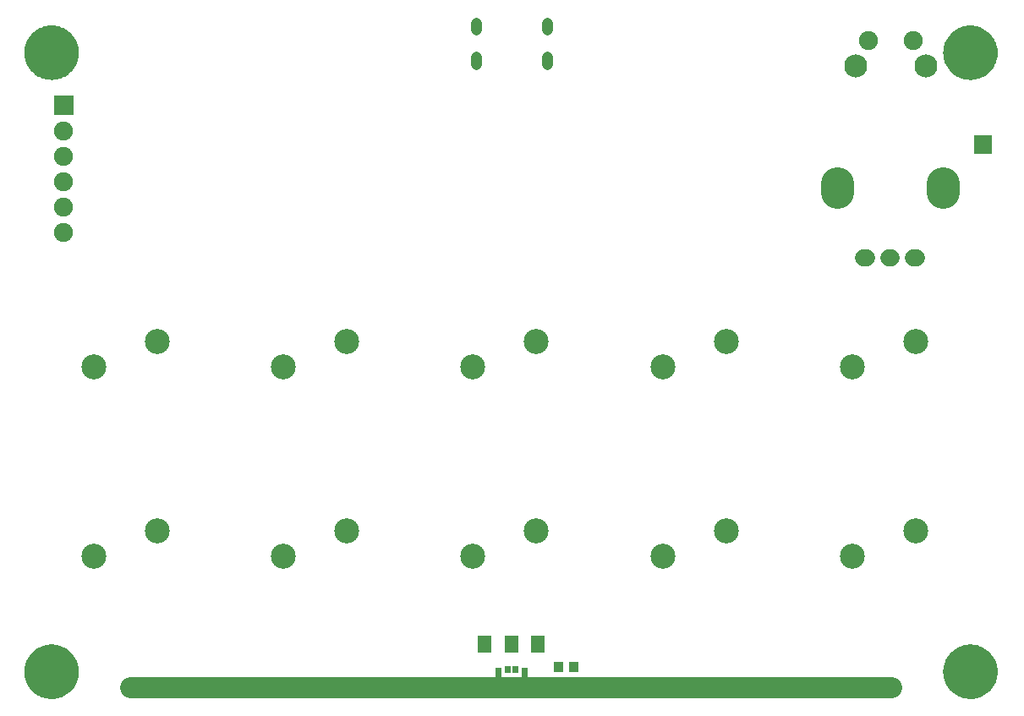
<source format=gbs>
G04 Layer: BottomSolderMaskLayer*
G04 EasyEDA v6.5.1, 2022-03-30 12:51:21*
G04 1b3168c556004a9db489dd156287313a,d03eed67808b488db07f83a96349b93e,10*
G04 Gerber Generator version 0.2*
G04 Scale: 100 percent, Rotated: No, Reflected: No *
G04 Dimensions in inches *
G04 leading zeros omitted , absolute positions ,3 integer and 6 decimal *
%FSLAX36Y36*%
%MOIN*%

%ADD44C,0.0827*%
%ADD45C,0.0434*%
%ADD46C,0.0670*%
%ADD47C,0.1300*%
%ADD51C,0.0748*%
%ADD57C,0.0985*%
%ADD63C,0.0906*%
%ADD64C,0.0749*%
%ADD68R,0.0580X0.0330*%

%LPD*%
G36*
X3778060Y-50119D02*
G01*
X3772200Y-50359D01*
X3766360Y-50920D01*
X3760560Y-51800D01*
X3754820Y-53000D01*
X3749160Y-54500D01*
X3743580Y-56320D01*
X3738100Y-58440D01*
X3732760Y-60839D01*
X3727540Y-63540D01*
X3722500Y-66520D01*
X3717620Y-69760D01*
X3712919Y-73280D01*
X3708420Y-77040D01*
X3704120Y-81039D01*
X3700059Y-85280D01*
X3696240Y-89720D01*
X3692660Y-94380D01*
X3689360Y-99220D01*
X3686300Y-104220D01*
X3683540Y-109400D01*
X3681060Y-114700D01*
X3678860Y-120140D01*
X3676980Y-125700D01*
X3675400Y-131340D01*
X3674120Y-137080D01*
X3673159Y-142860D01*
X3672520Y-148700D01*
X3672200Y-154540D01*
X3672200Y-160420D01*
X3672520Y-166260D01*
X3673159Y-172100D01*
X3674120Y-177880D01*
X3675400Y-183619D01*
X3676980Y-189259D01*
X3678860Y-194820D01*
X3681060Y-200260D01*
X3683540Y-205560D01*
X3686300Y-210740D01*
X3689360Y-215740D01*
X3692660Y-220580D01*
X3696240Y-225240D01*
X3700059Y-229680D01*
X3704120Y-233920D01*
X3708420Y-237920D01*
X3712919Y-241680D01*
X3717620Y-245200D01*
X3722500Y-248440D01*
X3727540Y-251420D01*
X3732760Y-254120D01*
X3738100Y-256520D01*
X3743580Y-258640D01*
X3749160Y-260460D01*
X3754820Y-261960D01*
X3760560Y-263160D01*
X3766360Y-264040D01*
X3772200Y-264600D01*
X3778060Y-264840D01*
X3783920Y-264760D01*
X3789780Y-264360D01*
X3795600Y-263640D01*
X3801360Y-262600D01*
X3807080Y-261240D01*
X3809900Y-260460D01*
X3815480Y-258640D01*
X3820960Y-256520D01*
X3826300Y-254120D01*
X3831500Y-251420D01*
X3836560Y-248440D01*
X3841440Y-245200D01*
X3846139Y-241680D01*
X3850640Y-237920D01*
X3854920Y-233920D01*
X3858980Y-229680D01*
X3862799Y-225240D01*
X3866380Y-220580D01*
X3869700Y-215740D01*
X3872740Y-210740D01*
X3875520Y-205560D01*
X3878000Y-200260D01*
X3880179Y-194820D01*
X3882080Y-189259D01*
X3883660Y-183619D01*
X3884940Y-177880D01*
X3885880Y-172100D01*
X3886520Y-166260D01*
X3886840Y-160420D01*
X3886840Y-154540D01*
X3886520Y-148700D01*
X3885880Y-142860D01*
X3884940Y-137080D01*
X3883660Y-131340D01*
X3882080Y-125700D01*
X3880179Y-120140D01*
X3878000Y-114700D01*
X3875520Y-109400D01*
X3872740Y-104220D01*
X3869700Y-99220D01*
X3868080Y-96760D01*
X3864620Y-92020D01*
X3860920Y-87480D01*
X3856980Y-83140D01*
X3852799Y-79020D01*
X3848420Y-75140D01*
X3843820Y-71500D01*
X3839020Y-68100D01*
X3834060Y-65000D01*
X3828920Y-62160D01*
X3823639Y-59600D01*
X3818220Y-57340D01*
X3812700Y-55380D01*
X3809900Y-54500D01*
X3804240Y-53000D01*
X3798500Y-51800D01*
X3792700Y-50920D01*
X3786860Y-50359D01*
X3781000Y-50119D01*
G37*
G36*
X156020Y-2491080D02*
G01*
X150160Y-2491320D01*
X144320Y-2491880D01*
X138520Y-2492760D01*
X132780Y-2493940D01*
X127100Y-2495460D01*
X121519Y-2497260D01*
X116060Y-2499380D01*
X110700Y-2501780D01*
X105500Y-2504480D01*
X100440Y-2507460D01*
X95559Y-2510720D01*
X90860Y-2514220D01*
X86380Y-2518000D01*
X82080Y-2522000D01*
X78020Y-2526220D01*
X74200Y-2530680D01*
X70620Y-2535320D01*
X67300Y-2540160D01*
X64260Y-2545160D01*
X61500Y-2550340D01*
X59000Y-2555660D01*
X56820Y-2561100D01*
X54940Y-2566640D01*
X53339Y-2572300D01*
X52080Y-2578020D01*
X51120Y-2583800D01*
X50480Y-2589640D01*
X50160Y-2595500D01*
X50160Y-2601360D01*
X50480Y-2607220D01*
X51120Y-2613039D01*
X52080Y-2618840D01*
X53339Y-2624560D01*
X54940Y-2630200D01*
X56820Y-2635760D01*
X59000Y-2641200D01*
X61500Y-2646520D01*
X64260Y-2651680D01*
X67300Y-2656700D01*
X70620Y-2661540D01*
X74200Y-2666180D01*
X78020Y-2670620D01*
X82080Y-2674860D01*
X86380Y-2678860D01*
X90860Y-2682620D01*
X95559Y-2686139D01*
X100440Y-2689380D01*
X105500Y-2692360D01*
X108080Y-2693759D01*
X113360Y-2696300D01*
X118780Y-2698580D01*
X124300Y-2700539D01*
X129920Y-2702200D01*
X135640Y-2703540D01*
X141420Y-2704580D01*
X147240Y-2705299D01*
X153080Y-2705700D01*
X158940Y-2705779D01*
X164800Y-2705539D01*
X170640Y-2704980D01*
X176439Y-2704100D01*
X182180Y-2702900D01*
X185040Y-2702200D01*
X190660Y-2700539D01*
X196180Y-2698580D01*
X201600Y-2696300D01*
X206880Y-2693759D01*
X212000Y-2690920D01*
X216980Y-2687799D01*
X221759Y-2684420D01*
X226360Y-2680779D01*
X230760Y-2676900D01*
X234940Y-2672780D01*
X238880Y-2668440D01*
X242580Y-2663880D01*
X246020Y-2659140D01*
X249220Y-2654220D01*
X252120Y-2649120D01*
X253480Y-2646520D01*
X255960Y-2641200D01*
X258140Y-2635760D01*
X260040Y-2630200D01*
X261620Y-2624560D01*
X262880Y-2618840D01*
X263840Y-2613039D01*
X264480Y-2607220D01*
X264800Y-2601360D01*
X264800Y-2595500D01*
X264480Y-2589640D01*
X263840Y-2583800D01*
X262880Y-2578020D01*
X261620Y-2572300D01*
X260040Y-2566640D01*
X258140Y-2561100D01*
X255960Y-2555660D01*
X253480Y-2550340D01*
X250700Y-2545160D01*
X247659Y-2540160D01*
X244340Y-2535320D01*
X240760Y-2530680D01*
X236940Y-2526220D01*
X232880Y-2522000D01*
X228600Y-2518000D01*
X224100Y-2514220D01*
X219400Y-2510720D01*
X214520Y-2507460D01*
X209460Y-2504480D01*
X204259Y-2501780D01*
X198900Y-2499380D01*
X193440Y-2497260D01*
X187860Y-2495460D01*
X182180Y-2493940D01*
X176439Y-2492760D01*
X170640Y-2491880D01*
X164800Y-2491320D01*
X158940Y-2491080D01*
G37*
G36*
X3778060Y-2491080D02*
G01*
X3772200Y-2491320D01*
X3766360Y-2491880D01*
X3760560Y-2492760D01*
X3757679Y-2493300D01*
X3751980Y-2494660D01*
X3746360Y-2496320D01*
X3740820Y-2498280D01*
X3735419Y-2500540D01*
X3730140Y-2503100D01*
X3725000Y-2505940D01*
X3720040Y-2509060D01*
X3715240Y-2512440D01*
X3710640Y-2516080D01*
X3706240Y-2519960D01*
X3702080Y-2524080D01*
X3698120Y-2528420D01*
X3694420Y-2532980D01*
X3690980Y-2537720D01*
X3687799Y-2542640D01*
X3684880Y-2547740D01*
X3682260Y-2552980D01*
X3679920Y-2558360D01*
X3677880Y-2563860D01*
X3676139Y-2569460D01*
X3674720Y-2575140D01*
X3673600Y-2580899D01*
X3672799Y-2586720D01*
X3672320Y-2592559D01*
X3672160Y-2598420D01*
X3672320Y-2604280D01*
X3672799Y-2610140D01*
X3673600Y-2615940D01*
X3674720Y-2621700D01*
X3676139Y-2627400D01*
X3677880Y-2633000D01*
X3679920Y-2638500D01*
X3682260Y-2643880D01*
X3684880Y-2649120D01*
X3687799Y-2654200D01*
X3690980Y-2659140D01*
X3694420Y-2663880D01*
X3698120Y-2668440D01*
X3702080Y-2672780D01*
X3706240Y-2676900D01*
X3710640Y-2680779D01*
X3715240Y-2684420D01*
X3720040Y-2687799D01*
X3725000Y-2690920D01*
X3730140Y-2693759D01*
X3735419Y-2696300D01*
X3738100Y-2697480D01*
X3743580Y-2699580D01*
X3746360Y-2700539D01*
X3751980Y-2702200D01*
X3757679Y-2703540D01*
X3763460Y-2704580D01*
X3769280Y-2705299D01*
X3775140Y-2705700D01*
X3781000Y-2705779D01*
X3786860Y-2705539D01*
X3792700Y-2704980D01*
X3798500Y-2704100D01*
X3804240Y-2702900D01*
X3807080Y-2702200D01*
X3812700Y-2700539D01*
X3818240Y-2698560D01*
X3820960Y-2697480D01*
X3826300Y-2695059D01*
X3828920Y-2693759D01*
X3834060Y-2690920D01*
X3839020Y-2687799D01*
X3843820Y-2684420D01*
X3848420Y-2680779D01*
X3852799Y-2676900D01*
X3856980Y-2672780D01*
X3860920Y-2668440D01*
X3864640Y-2663880D01*
X3868080Y-2659140D01*
X3871259Y-2654200D01*
X3874180Y-2649120D01*
X3876800Y-2643880D01*
X3879140Y-2638500D01*
X3881180Y-2633000D01*
X3882900Y-2627400D01*
X3884340Y-2621700D01*
X3885460Y-2615940D01*
X3886259Y-2610140D01*
X3886740Y-2604280D01*
X3886900Y-2598420D01*
X3886740Y-2592559D01*
X3886259Y-2586720D01*
X3885460Y-2580899D01*
X3884340Y-2575140D01*
X3882900Y-2569460D01*
X3881180Y-2563860D01*
X3879140Y-2558360D01*
X3876800Y-2552980D01*
X3874180Y-2547740D01*
X3871259Y-2542640D01*
X3868080Y-2537720D01*
X3864640Y-2532980D01*
X3860920Y-2528420D01*
X3856980Y-2524080D01*
X3852799Y-2519960D01*
X3848420Y-2516080D01*
X3843820Y-2512440D01*
X3839020Y-2509060D01*
X3834060Y-2505940D01*
X3828920Y-2503100D01*
X3823639Y-2500540D01*
X3818240Y-2498280D01*
X3812700Y-2496320D01*
X3807080Y-2494660D01*
X3801380Y-2493300D01*
X3795600Y-2492280D01*
X3789780Y-2491560D01*
X3783920Y-2491160D01*
G37*
G36*
X156020Y-50119D02*
G01*
X150160Y-50359D01*
X144320Y-50920D01*
X138520Y-51800D01*
X132780Y-53000D01*
X127100Y-54500D01*
X121519Y-56320D01*
X116060Y-58440D01*
X110700Y-60839D01*
X105500Y-63540D01*
X100440Y-66520D01*
X95559Y-69760D01*
X90860Y-73280D01*
X86359Y-77040D01*
X82080Y-81039D01*
X78020Y-85280D01*
X74200Y-89720D01*
X70620Y-94380D01*
X67300Y-99220D01*
X64260Y-104220D01*
X61480Y-109400D01*
X59000Y-114700D01*
X56820Y-120140D01*
X54920Y-125700D01*
X53339Y-131340D01*
X52080Y-137080D01*
X51120Y-142860D01*
X50480Y-148700D01*
X50160Y-154540D01*
X50160Y-160420D01*
X50480Y-166260D01*
X51120Y-172100D01*
X52080Y-177880D01*
X53339Y-183619D01*
X54920Y-189259D01*
X56820Y-194820D01*
X59000Y-200260D01*
X61480Y-205560D01*
X64260Y-210740D01*
X67300Y-215740D01*
X70620Y-220580D01*
X74200Y-225240D01*
X78020Y-229680D01*
X82080Y-233920D01*
X86359Y-237920D01*
X90860Y-241680D01*
X95559Y-245200D01*
X100440Y-248440D01*
X105500Y-251420D01*
X110700Y-254120D01*
X116060Y-256520D01*
X121519Y-258640D01*
X127100Y-260460D01*
X132780Y-261960D01*
X138520Y-263160D01*
X144320Y-264040D01*
X150160Y-264600D01*
X156020Y-264840D01*
X161880Y-264760D01*
X167719Y-264360D01*
X173540Y-263640D01*
X179320Y-262600D01*
X185040Y-261240D01*
X187860Y-260460D01*
X193440Y-258640D01*
X198900Y-256520D01*
X204259Y-254120D01*
X209460Y-251420D01*
X214520Y-248440D01*
X219400Y-245200D01*
X224100Y-241680D01*
X228580Y-237920D01*
X232880Y-233920D01*
X236940Y-229680D01*
X240760Y-225240D01*
X244340Y-220580D01*
X247659Y-215740D01*
X250700Y-210740D01*
X253460Y-205560D01*
X255960Y-200260D01*
X258140Y-194820D01*
X260020Y-189259D01*
X261620Y-183619D01*
X262880Y-177880D01*
X263840Y-172100D01*
X264480Y-166260D01*
X264800Y-160420D01*
X264800Y-154540D01*
X264480Y-148700D01*
X263840Y-142860D01*
X262880Y-137080D01*
X261620Y-131340D01*
X260020Y-125700D01*
X258140Y-120140D01*
X255960Y-114700D01*
X253460Y-109400D01*
X250700Y-104220D01*
X247659Y-99220D01*
X244340Y-94380D01*
X240760Y-89720D01*
X236940Y-85280D01*
X232880Y-81039D01*
X228580Y-77040D01*
X224100Y-73280D01*
X219400Y-69760D01*
X214520Y-66520D01*
X209460Y-63540D01*
X204259Y-60839D01*
X198900Y-58440D01*
X193440Y-56320D01*
X187860Y-54500D01*
X182180Y-53000D01*
X176439Y-51800D01*
X170640Y-50920D01*
X164800Y-50359D01*
X158940Y-50119D01*
G37*
D44*
X468503Y-2660000D02*
G01*
X3468504Y-2660000D01*
D45*
X1829250Y-201689D02*
G01*
X1829250Y-174131D01*
X2110749Y-201689D02*
G01*
X2110749Y-174131D01*
X2110749Y-65869D02*
G01*
X2110749Y-38310D01*
X1829250Y-65869D02*
G01*
X1829250Y-38310D01*
D46*
X3357264Y-965000D02*
G01*
X3369075Y-965000D01*
X3455694Y-965000D02*
G01*
X3467506Y-965000D01*
X3554115Y-965000D02*
G01*
X3565925Y-965000D01*
D47*
X3670259Y-673661D02*
G01*
X3670259Y-705158D01*
X3252929Y-673661D02*
G01*
X3252929Y-705158D01*
G36*
X2196800Y-2599000D02*
G01*
X2196800Y-2560999D01*
X2232500Y-2560999D01*
X2232500Y-2599000D01*
G37*
G36*
X2137500Y-2599000D02*
G01*
X2137500Y-2560999D01*
X2173199Y-2560999D01*
X2173199Y-2599000D01*
G37*
G36*
X1906999Y-2618200D02*
G01*
X1906999Y-2582700D01*
X1930699Y-2582700D01*
X1930699Y-2618200D01*
G37*
G36*
X1942399Y-2602399D02*
G01*
X1942399Y-2576799D01*
X1966099Y-2576799D01*
X1966099Y-2602399D01*
G37*
G36*
X1973900Y-2602399D02*
G01*
X1973900Y-2576799D01*
X1997600Y-2576799D01*
X1997600Y-2602399D01*
G37*
G36*
X2009300Y-2618200D02*
G01*
X2009300Y-2582700D01*
X2033000Y-2582700D01*
X2033000Y-2618200D01*
G37*
D68*
G01*
X2075000Y-2471999D03*
G01*
X2075000Y-2508000D03*
G01*
X1970000Y-2471999D03*
G01*
X1970000Y-2508000D03*
G01*
X1865000Y-2471999D03*
G01*
X1865000Y-2508000D03*
G36*
X3794499Y-555500D02*
G01*
X3794499Y-484499D01*
X3865500Y-484499D01*
X3865500Y-555500D01*
G37*
D51*
G01*
X205000Y-865000D03*
G01*
X205000Y-765000D03*
G01*
X205000Y-665000D03*
G01*
X205000Y-565000D03*
G01*
X205000Y-465000D03*
G36*
X167600Y-402399D02*
G01*
X167600Y-327600D01*
X242399Y-327600D01*
X242399Y-402399D01*
G37*
D57*
G01*
X322440Y-1395870D03*
G01*
X572440Y-1295870D03*
G01*
X1070469Y-1395870D03*
G01*
X1320469Y-1295870D03*
G01*
X1818500Y-1395870D03*
G01*
X2068500Y-1295870D03*
G01*
X2566530Y-1395870D03*
G01*
X2816530Y-1295870D03*
G01*
X3314560Y-1395870D03*
G01*
X3564560Y-1295870D03*
G01*
X322440Y-2143899D03*
G01*
X572440Y-2043899D03*
G01*
X1070469Y-2143899D03*
G01*
X1320469Y-2043899D03*
G01*
X1818500Y-2143899D03*
G01*
X2068500Y-2043899D03*
G01*
X2566530Y-2143899D03*
G01*
X2816530Y-2043899D03*
G01*
X3314560Y-2143899D03*
G01*
X3564560Y-2043899D03*
D63*
G01*
X3602799Y-209209D03*
G01*
X3327209Y-209209D03*
D64*
G01*
X3376430Y-110790D03*
G01*
X3553590Y-110790D03*
M02*

</source>
